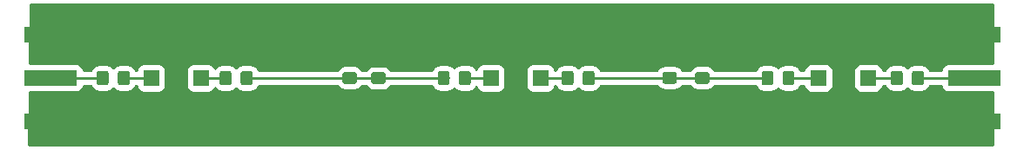
<source format=gbr>
G04 #@! TF.GenerationSoftware,KiCad,Pcbnew,(6.0.0-rc1-dev-305-gf0b8b21)*
G04 #@! TF.CreationDate,2020-01-15T10:01:43-08:00*
G04 #@! TF.ProjectId,_saved_Untitled,5F73617665645F556E7469746C65642E,rev?*
G04 #@! TF.SameCoordinates,Original*
G04 #@! TF.FileFunction,Copper,L1,Top,Signal*
G04 #@! TF.FilePolarity,Positive*
%FSLAX46Y46*%
G04 Gerber Fmt 4.6, Leading zero omitted, Abs format (unit mm)*
G04 Created by KiCad (PCBNEW (6.0.0-rc1-dev-305-gf0b8b21)) date Wednesday, January 15, 2020 at 10:01:43 AM*
%MOMM*%
%LPD*%
G01*
G04 APERTURE LIST*
G04 #@! TA.AperFunction,Conductor*
%ADD10C,0.100000*%
G04 #@! TD*
G04 #@! TA.AperFunction,SMDPad,CuDef*
%ADD11C,1.150000*%
G04 #@! TD*
G04 #@! TA.AperFunction,SMDPad,CuDef*
%ADD12R,1.524000X1.524000*%
G04 #@! TD*
G04 #@! TA.AperFunction,SMDPad,CuDef*
%ADD13R,5.080000X1.500000*%
G04 #@! TD*
G04 #@! TA.AperFunction,Conductor*
%ADD14C,0.250000*%
G04 #@! TD*
G04 #@! TA.AperFunction,Conductor*
%ADD15C,0.254000*%
G04 #@! TD*
G04 APERTURE END LIST*
D10*
G04 #@! TO.N,Net-(C1-Pad1)*
G04 #@! TO.C,C1*
G36*
X115166505Y-61531204D02*
X115190773Y-61534804D01*
X115214572Y-61540765D01*
X115237671Y-61549030D01*
X115259850Y-61559520D01*
X115280893Y-61572132D01*
X115300599Y-61586747D01*
X115318777Y-61603223D01*
X115335253Y-61621401D01*
X115349868Y-61641107D01*
X115362480Y-61662150D01*
X115372970Y-61684329D01*
X115381235Y-61707428D01*
X115387196Y-61731227D01*
X115390796Y-61755495D01*
X115392000Y-61779999D01*
X115392000Y-62680001D01*
X115390796Y-62704505D01*
X115387196Y-62728773D01*
X115381235Y-62752572D01*
X115372970Y-62775671D01*
X115362480Y-62797850D01*
X115349868Y-62818893D01*
X115335253Y-62838599D01*
X115318777Y-62856777D01*
X115300599Y-62873253D01*
X115280893Y-62887868D01*
X115259850Y-62900480D01*
X115237671Y-62910970D01*
X115214572Y-62919235D01*
X115190773Y-62925196D01*
X115166505Y-62928796D01*
X115142001Y-62930000D01*
X114491999Y-62930000D01*
X114467495Y-62928796D01*
X114443227Y-62925196D01*
X114419428Y-62919235D01*
X114396329Y-62910970D01*
X114374150Y-62900480D01*
X114353107Y-62887868D01*
X114333401Y-62873253D01*
X114315223Y-62856777D01*
X114298747Y-62838599D01*
X114284132Y-62818893D01*
X114271520Y-62797850D01*
X114261030Y-62775671D01*
X114252765Y-62752572D01*
X114246804Y-62728773D01*
X114243204Y-62704505D01*
X114242000Y-62680001D01*
X114242000Y-61779999D01*
X114243204Y-61755495D01*
X114246804Y-61731227D01*
X114252765Y-61707428D01*
X114261030Y-61684329D01*
X114271520Y-61662150D01*
X114284132Y-61641107D01*
X114298747Y-61621401D01*
X114315223Y-61603223D01*
X114333401Y-61586747D01*
X114353107Y-61572132D01*
X114374150Y-61559520D01*
X114396329Y-61549030D01*
X114419428Y-61540765D01*
X114443227Y-61534804D01*
X114467495Y-61531204D01*
X114491999Y-61530000D01*
X115142001Y-61530000D01*
X115166505Y-61531204D01*
X115166505Y-61531204D01*
G37*
D11*
G04 #@! TD*
G04 #@! TO.P,C1,1*
G04 #@! TO.N,Net-(C1-Pad1)*
X114817000Y-62230000D03*
D10*
G04 #@! TO.N,Net-(C1-Pad2)*
G04 #@! TO.C,C1*
G36*
X113116505Y-61531204D02*
X113140773Y-61534804D01*
X113164572Y-61540765D01*
X113187671Y-61549030D01*
X113209850Y-61559520D01*
X113230893Y-61572132D01*
X113250599Y-61586747D01*
X113268777Y-61603223D01*
X113285253Y-61621401D01*
X113299868Y-61641107D01*
X113312480Y-61662150D01*
X113322970Y-61684329D01*
X113331235Y-61707428D01*
X113337196Y-61731227D01*
X113340796Y-61755495D01*
X113342000Y-61779999D01*
X113342000Y-62680001D01*
X113340796Y-62704505D01*
X113337196Y-62728773D01*
X113331235Y-62752572D01*
X113322970Y-62775671D01*
X113312480Y-62797850D01*
X113299868Y-62818893D01*
X113285253Y-62838599D01*
X113268777Y-62856777D01*
X113250599Y-62873253D01*
X113230893Y-62887868D01*
X113209850Y-62900480D01*
X113187671Y-62910970D01*
X113164572Y-62919235D01*
X113140773Y-62925196D01*
X113116505Y-62928796D01*
X113092001Y-62930000D01*
X112441999Y-62930000D01*
X112417495Y-62928796D01*
X112393227Y-62925196D01*
X112369428Y-62919235D01*
X112346329Y-62910970D01*
X112324150Y-62900480D01*
X112303107Y-62887868D01*
X112283401Y-62873253D01*
X112265223Y-62856777D01*
X112248747Y-62838599D01*
X112234132Y-62818893D01*
X112221520Y-62797850D01*
X112211030Y-62775671D01*
X112202765Y-62752572D01*
X112196804Y-62728773D01*
X112193204Y-62704505D01*
X112192000Y-62680001D01*
X112192000Y-61779999D01*
X112193204Y-61755495D01*
X112196804Y-61731227D01*
X112202765Y-61707428D01*
X112211030Y-61684329D01*
X112221520Y-61662150D01*
X112234132Y-61641107D01*
X112248747Y-61621401D01*
X112265223Y-61603223D01*
X112283401Y-61586747D01*
X112303107Y-61572132D01*
X112324150Y-61559520D01*
X112346329Y-61549030D01*
X112369428Y-61540765D01*
X112393227Y-61534804D01*
X112417495Y-61531204D01*
X112441999Y-61530000D01*
X113092001Y-61530000D01*
X113116505Y-61531204D01*
X113116505Y-61531204D01*
G37*
D11*
G04 #@! TD*
G04 #@! TO.P,C1,2*
G04 #@! TO.N,Net-(C1-Pad2)*
X112767000Y-62230000D03*
D12*
G04 #@! TO.P,C2,1*
G04 #@! TO.N,Net-(C1-Pad1)*
X117475000Y-62230000D03*
G04 #@! TO.P,C2,2*
G04 #@! TO.N,Net-(C2-Pad2)*
X122301000Y-62230000D03*
G04 #@! TD*
D10*
G04 #@! TO.N,Net-(C3-Pad1)*
G04 #@! TO.C,C3*
G36*
X137253505Y-61647204D02*
X137277773Y-61650804D01*
X137301572Y-61656765D01*
X137324671Y-61665030D01*
X137346850Y-61675520D01*
X137367893Y-61688132D01*
X137387599Y-61702747D01*
X137405777Y-61719223D01*
X137422253Y-61737401D01*
X137436868Y-61757107D01*
X137449480Y-61778150D01*
X137459970Y-61800329D01*
X137468235Y-61823428D01*
X137474196Y-61847227D01*
X137477796Y-61871495D01*
X137479000Y-61895999D01*
X137479000Y-62546001D01*
X137477796Y-62570505D01*
X137474196Y-62594773D01*
X137468235Y-62618572D01*
X137459970Y-62641671D01*
X137449480Y-62663850D01*
X137436868Y-62684893D01*
X137422253Y-62704599D01*
X137405777Y-62722777D01*
X137387599Y-62739253D01*
X137367893Y-62753868D01*
X137346850Y-62766480D01*
X137324671Y-62776970D01*
X137301572Y-62785235D01*
X137277773Y-62791196D01*
X137253505Y-62794796D01*
X137229001Y-62796000D01*
X136328999Y-62796000D01*
X136304495Y-62794796D01*
X136280227Y-62791196D01*
X136256428Y-62785235D01*
X136233329Y-62776970D01*
X136211150Y-62766480D01*
X136190107Y-62753868D01*
X136170401Y-62739253D01*
X136152223Y-62722777D01*
X136135747Y-62704599D01*
X136121132Y-62684893D01*
X136108520Y-62663850D01*
X136098030Y-62641671D01*
X136089765Y-62618572D01*
X136083804Y-62594773D01*
X136080204Y-62570505D01*
X136079000Y-62546001D01*
X136079000Y-61895999D01*
X136080204Y-61871495D01*
X136083804Y-61847227D01*
X136089765Y-61823428D01*
X136098030Y-61800329D01*
X136108520Y-61778150D01*
X136121132Y-61757107D01*
X136135747Y-61737401D01*
X136152223Y-61719223D01*
X136170401Y-61702747D01*
X136190107Y-61688132D01*
X136211150Y-61675520D01*
X136233329Y-61665030D01*
X136256428Y-61656765D01*
X136280227Y-61650804D01*
X136304495Y-61647204D01*
X136328999Y-61646000D01*
X137229001Y-61646000D01*
X137253505Y-61647204D01*
X137253505Y-61647204D01*
G37*
D11*
G04 #@! TD*
G04 #@! TO.P,C3,1*
G04 #@! TO.N,Net-(C3-Pad1)*
X136779000Y-62221000D03*
D10*
G04 #@! TO.N,GND*
G04 #@! TO.C,C3*
G36*
X137253505Y-63697204D02*
X137277773Y-63700804D01*
X137301572Y-63706765D01*
X137324671Y-63715030D01*
X137346850Y-63725520D01*
X137367893Y-63738132D01*
X137387599Y-63752747D01*
X137405777Y-63769223D01*
X137422253Y-63787401D01*
X137436868Y-63807107D01*
X137449480Y-63828150D01*
X137459970Y-63850329D01*
X137468235Y-63873428D01*
X137474196Y-63897227D01*
X137477796Y-63921495D01*
X137479000Y-63945999D01*
X137479000Y-64596001D01*
X137477796Y-64620505D01*
X137474196Y-64644773D01*
X137468235Y-64668572D01*
X137459970Y-64691671D01*
X137449480Y-64713850D01*
X137436868Y-64734893D01*
X137422253Y-64754599D01*
X137405777Y-64772777D01*
X137387599Y-64789253D01*
X137367893Y-64803868D01*
X137346850Y-64816480D01*
X137324671Y-64826970D01*
X137301572Y-64835235D01*
X137277773Y-64841196D01*
X137253505Y-64844796D01*
X137229001Y-64846000D01*
X136328999Y-64846000D01*
X136304495Y-64844796D01*
X136280227Y-64841196D01*
X136256428Y-64835235D01*
X136233329Y-64826970D01*
X136211150Y-64816480D01*
X136190107Y-64803868D01*
X136170401Y-64789253D01*
X136152223Y-64772777D01*
X136135747Y-64754599D01*
X136121132Y-64734893D01*
X136108520Y-64713850D01*
X136098030Y-64691671D01*
X136089765Y-64668572D01*
X136083804Y-64644773D01*
X136080204Y-64620505D01*
X136079000Y-64596001D01*
X136079000Y-63945999D01*
X136080204Y-63921495D01*
X136083804Y-63897227D01*
X136089765Y-63873428D01*
X136098030Y-63850329D01*
X136108520Y-63828150D01*
X136121132Y-63807107D01*
X136135747Y-63787401D01*
X136152223Y-63769223D01*
X136170401Y-63752747D01*
X136190107Y-63738132D01*
X136211150Y-63725520D01*
X136233329Y-63715030D01*
X136256428Y-63706765D01*
X136280227Y-63700804D01*
X136304495Y-63697204D01*
X136328999Y-63696000D01*
X137229001Y-63696000D01*
X137253505Y-63697204D01*
X137253505Y-63697204D01*
G37*
D11*
G04 #@! TD*
G04 #@! TO.P,C3,2*
G04 #@! TO.N,GND*
X136779000Y-64271000D03*
D10*
G04 #@! TO.N,Net-(C3-Pad1)*
G04 #@! TO.C,C4*
G36*
X146272505Y-61531204D02*
X146296773Y-61534804D01*
X146320572Y-61540765D01*
X146343671Y-61549030D01*
X146365850Y-61559520D01*
X146386893Y-61572132D01*
X146406599Y-61586747D01*
X146424777Y-61603223D01*
X146441253Y-61621401D01*
X146455868Y-61641107D01*
X146468480Y-61662150D01*
X146478970Y-61684329D01*
X146487235Y-61707428D01*
X146493196Y-61731227D01*
X146496796Y-61755495D01*
X146498000Y-61779999D01*
X146498000Y-62680001D01*
X146496796Y-62704505D01*
X146493196Y-62728773D01*
X146487235Y-62752572D01*
X146478970Y-62775671D01*
X146468480Y-62797850D01*
X146455868Y-62818893D01*
X146441253Y-62838599D01*
X146424777Y-62856777D01*
X146406599Y-62873253D01*
X146386893Y-62887868D01*
X146365850Y-62900480D01*
X146343671Y-62910970D01*
X146320572Y-62919235D01*
X146296773Y-62925196D01*
X146272505Y-62928796D01*
X146248001Y-62930000D01*
X145597999Y-62930000D01*
X145573495Y-62928796D01*
X145549227Y-62925196D01*
X145525428Y-62919235D01*
X145502329Y-62910970D01*
X145480150Y-62900480D01*
X145459107Y-62887868D01*
X145439401Y-62873253D01*
X145421223Y-62856777D01*
X145404747Y-62838599D01*
X145390132Y-62818893D01*
X145377520Y-62797850D01*
X145367030Y-62775671D01*
X145358765Y-62752572D01*
X145352804Y-62728773D01*
X145349204Y-62704505D01*
X145348000Y-62680001D01*
X145348000Y-61779999D01*
X145349204Y-61755495D01*
X145352804Y-61731227D01*
X145358765Y-61707428D01*
X145367030Y-61684329D01*
X145377520Y-61662150D01*
X145390132Y-61641107D01*
X145404747Y-61621401D01*
X145421223Y-61603223D01*
X145439401Y-61586747D01*
X145459107Y-61572132D01*
X145480150Y-61559520D01*
X145502329Y-61549030D01*
X145525428Y-61540765D01*
X145549227Y-61534804D01*
X145573495Y-61531204D01*
X145597999Y-61530000D01*
X146248001Y-61530000D01*
X146272505Y-61531204D01*
X146272505Y-61531204D01*
G37*
D11*
G04 #@! TD*
G04 #@! TO.P,C4,2*
G04 #@! TO.N,Net-(C3-Pad1)*
X145923000Y-62230000D03*
D10*
G04 #@! TO.N,Net-(C4-Pad1)*
G04 #@! TO.C,C4*
G36*
X148322505Y-61531204D02*
X148346773Y-61534804D01*
X148370572Y-61540765D01*
X148393671Y-61549030D01*
X148415850Y-61559520D01*
X148436893Y-61572132D01*
X148456599Y-61586747D01*
X148474777Y-61603223D01*
X148491253Y-61621401D01*
X148505868Y-61641107D01*
X148518480Y-61662150D01*
X148528970Y-61684329D01*
X148537235Y-61707428D01*
X148543196Y-61731227D01*
X148546796Y-61755495D01*
X148548000Y-61779999D01*
X148548000Y-62680001D01*
X148546796Y-62704505D01*
X148543196Y-62728773D01*
X148537235Y-62752572D01*
X148528970Y-62775671D01*
X148518480Y-62797850D01*
X148505868Y-62818893D01*
X148491253Y-62838599D01*
X148474777Y-62856777D01*
X148456599Y-62873253D01*
X148436893Y-62887868D01*
X148415850Y-62900480D01*
X148393671Y-62910970D01*
X148370572Y-62919235D01*
X148346773Y-62925196D01*
X148322505Y-62928796D01*
X148298001Y-62930000D01*
X147647999Y-62930000D01*
X147623495Y-62928796D01*
X147599227Y-62925196D01*
X147575428Y-62919235D01*
X147552329Y-62910970D01*
X147530150Y-62900480D01*
X147509107Y-62887868D01*
X147489401Y-62873253D01*
X147471223Y-62856777D01*
X147454747Y-62838599D01*
X147440132Y-62818893D01*
X147427520Y-62797850D01*
X147417030Y-62775671D01*
X147408765Y-62752572D01*
X147402804Y-62728773D01*
X147399204Y-62704505D01*
X147398000Y-62680001D01*
X147398000Y-61779999D01*
X147399204Y-61755495D01*
X147402804Y-61731227D01*
X147408765Y-61707428D01*
X147417030Y-61684329D01*
X147427520Y-61662150D01*
X147440132Y-61641107D01*
X147454747Y-61621401D01*
X147471223Y-61603223D01*
X147489401Y-61586747D01*
X147509107Y-61572132D01*
X147530150Y-61559520D01*
X147552329Y-61549030D01*
X147575428Y-61540765D01*
X147599227Y-61534804D01*
X147623495Y-61531204D01*
X147647999Y-61530000D01*
X148298001Y-61530000D01*
X148322505Y-61531204D01*
X148322505Y-61531204D01*
G37*
D11*
G04 #@! TD*
G04 #@! TO.P,C4,1*
G04 #@! TO.N,Net-(C4-Pad1)*
X147973000Y-62230000D03*
D12*
G04 #@! TO.P,C5,2*
G04 #@! TO.N,Net-(C5-Pad2)*
X155321000Y-62230000D03*
G04 #@! TO.P,C5,1*
G04 #@! TO.N,Net-(C4-Pad1)*
X150495000Y-62230000D03*
G04 #@! TD*
D10*
G04 #@! TO.N,GND*
G04 #@! TO.C,C6*
G36*
X168368505Y-63688204D02*
X168392773Y-63691804D01*
X168416572Y-63697765D01*
X168439671Y-63706030D01*
X168461850Y-63716520D01*
X168482893Y-63729132D01*
X168502599Y-63743747D01*
X168520777Y-63760223D01*
X168537253Y-63778401D01*
X168551868Y-63798107D01*
X168564480Y-63819150D01*
X168574970Y-63841329D01*
X168583235Y-63864428D01*
X168589196Y-63888227D01*
X168592796Y-63912495D01*
X168594000Y-63936999D01*
X168594000Y-64587001D01*
X168592796Y-64611505D01*
X168589196Y-64635773D01*
X168583235Y-64659572D01*
X168574970Y-64682671D01*
X168564480Y-64704850D01*
X168551868Y-64725893D01*
X168537253Y-64745599D01*
X168520777Y-64763777D01*
X168502599Y-64780253D01*
X168482893Y-64794868D01*
X168461850Y-64807480D01*
X168439671Y-64817970D01*
X168416572Y-64826235D01*
X168392773Y-64832196D01*
X168368505Y-64835796D01*
X168344001Y-64837000D01*
X167443999Y-64837000D01*
X167419495Y-64835796D01*
X167395227Y-64832196D01*
X167371428Y-64826235D01*
X167348329Y-64817970D01*
X167326150Y-64807480D01*
X167305107Y-64794868D01*
X167285401Y-64780253D01*
X167267223Y-64763777D01*
X167250747Y-64745599D01*
X167236132Y-64725893D01*
X167223520Y-64704850D01*
X167213030Y-64682671D01*
X167204765Y-64659572D01*
X167198804Y-64635773D01*
X167195204Y-64611505D01*
X167194000Y-64587001D01*
X167194000Y-63936999D01*
X167195204Y-63912495D01*
X167198804Y-63888227D01*
X167204765Y-63864428D01*
X167213030Y-63841329D01*
X167223520Y-63819150D01*
X167236132Y-63798107D01*
X167250747Y-63778401D01*
X167267223Y-63760223D01*
X167285401Y-63743747D01*
X167305107Y-63729132D01*
X167326150Y-63716520D01*
X167348329Y-63706030D01*
X167371428Y-63697765D01*
X167395227Y-63691804D01*
X167419495Y-63688204D01*
X167443999Y-63687000D01*
X168344001Y-63687000D01*
X168368505Y-63688204D01*
X168368505Y-63688204D01*
G37*
D11*
G04 #@! TD*
G04 #@! TO.P,C6,2*
G04 #@! TO.N,GND*
X167894000Y-64262000D03*
D10*
G04 #@! TO.N,Net-(C6-Pad1)*
G04 #@! TO.C,C6*
G36*
X168368505Y-61638204D02*
X168392773Y-61641804D01*
X168416572Y-61647765D01*
X168439671Y-61656030D01*
X168461850Y-61666520D01*
X168482893Y-61679132D01*
X168502599Y-61693747D01*
X168520777Y-61710223D01*
X168537253Y-61728401D01*
X168551868Y-61748107D01*
X168564480Y-61769150D01*
X168574970Y-61791329D01*
X168583235Y-61814428D01*
X168589196Y-61838227D01*
X168592796Y-61862495D01*
X168594000Y-61886999D01*
X168594000Y-62537001D01*
X168592796Y-62561505D01*
X168589196Y-62585773D01*
X168583235Y-62609572D01*
X168574970Y-62632671D01*
X168564480Y-62654850D01*
X168551868Y-62675893D01*
X168537253Y-62695599D01*
X168520777Y-62713777D01*
X168502599Y-62730253D01*
X168482893Y-62744868D01*
X168461850Y-62757480D01*
X168439671Y-62767970D01*
X168416572Y-62776235D01*
X168392773Y-62782196D01*
X168368505Y-62785796D01*
X168344001Y-62787000D01*
X167443999Y-62787000D01*
X167419495Y-62785796D01*
X167395227Y-62782196D01*
X167371428Y-62776235D01*
X167348329Y-62767970D01*
X167326150Y-62757480D01*
X167305107Y-62744868D01*
X167285401Y-62730253D01*
X167267223Y-62713777D01*
X167250747Y-62695599D01*
X167236132Y-62675893D01*
X167223520Y-62654850D01*
X167213030Y-62632671D01*
X167204765Y-62609572D01*
X167198804Y-62585773D01*
X167195204Y-62561505D01*
X167194000Y-62537001D01*
X167194000Y-61886999D01*
X167195204Y-61862495D01*
X167198804Y-61838227D01*
X167204765Y-61814428D01*
X167213030Y-61791329D01*
X167223520Y-61769150D01*
X167236132Y-61748107D01*
X167250747Y-61728401D01*
X167267223Y-61710223D01*
X167285401Y-61693747D01*
X167305107Y-61679132D01*
X167326150Y-61666520D01*
X167348329Y-61656030D01*
X167371428Y-61647765D01*
X167395227Y-61641804D01*
X167419495Y-61638204D01*
X167443999Y-61637000D01*
X168344001Y-61637000D01*
X168368505Y-61638204D01*
X168368505Y-61638204D01*
G37*
D11*
G04 #@! TD*
G04 #@! TO.P,C6,1*
G04 #@! TO.N,Net-(C6-Pad1)*
X167894000Y-62212000D03*
D10*
G04 #@! TO.N,Net-(C7-Pad1)*
G04 #@! TO.C,C7*
G36*
X179800505Y-61531204D02*
X179824773Y-61534804D01*
X179848572Y-61540765D01*
X179871671Y-61549030D01*
X179893850Y-61559520D01*
X179914893Y-61572132D01*
X179934599Y-61586747D01*
X179952777Y-61603223D01*
X179969253Y-61621401D01*
X179983868Y-61641107D01*
X179996480Y-61662150D01*
X180006970Y-61684329D01*
X180015235Y-61707428D01*
X180021196Y-61731227D01*
X180024796Y-61755495D01*
X180026000Y-61779999D01*
X180026000Y-62680001D01*
X180024796Y-62704505D01*
X180021196Y-62728773D01*
X180015235Y-62752572D01*
X180006970Y-62775671D01*
X179996480Y-62797850D01*
X179983868Y-62818893D01*
X179969253Y-62838599D01*
X179952777Y-62856777D01*
X179934599Y-62873253D01*
X179914893Y-62887868D01*
X179893850Y-62900480D01*
X179871671Y-62910970D01*
X179848572Y-62919235D01*
X179824773Y-62925196D01*
X179800505Y-62928796D01*
X179776001Y-62930000D01*
X179125999Y-62930000D01*
X179101495Y-62928796D01*
X179077227Y-62925196D01*
X179053428Y-62919235D01*
X179030329Y-62910970D01*
X179008150Y-62900480D01*
X178987107Y-62887868D01*
X178967401Y-62873253D01*
X178949223Y-62856777D01*
X178932747Y-62838599D01*
X178918132Y-62818893D01*
X178905520Y-62797850D01*
X178895030Y-62775671D01*
X178886765Y-62752572D01*
X178880804Y-62728773D01*
X178877204Y-62704505D01*
X178876000Y-62680001D01*
X178876000Y-61779999D01*
X178877204Y-61755495D01*
X178880804Y-61731227D01*
X178886765Y-61707428D01*
X178895030Y-61684329D01*
X178905520Y-61662150D01*
X178918132Y-61641107D01*
X178932747Y-61621401D01*
X178949223Y-61603223D01*
X178967401Y-61586747D01*
X178987107Y-61572132D01*
X179008150Y-61559520D01*
X179030329Y-61549030D01*
X179053428Y-61540765D01*
X179077227Y-61534804D01*
X179101495Y-61531204D01*
X179125999Y-61530000D01*
X179776001Y-61530000D01*
X179800505Y-61531204D01*
X179800505Y-61531204D01*
G37*
D11*
G04 #@! TD*
G04 #@! TO.P,C7,1*
G04 #@! TO.N,Net-(C7-Pad1)*
X179451000Y-62230000D03*
D10*
G04 #@! TO.N,Net-(C6-Pad1)*
G04 #@! TO.C,C7*
G36*
X177750505Y-61531204D02*
X177774773Y-61534804D01*
X177798572Y-61540765D01*
X177821671Y-61549030D01*
X177843850Y-61559520D01*
X177864893Y-61572132D01*
X177884599Y-61586747D01*
X177902777Y-61603223D01*
X177919253Y-61621401D01*
X177933868Y-61641107D01*
X177946480Y-61662150D01*
X177956970Y-61684329D01*
X177965235Y-61707428D01*
X177971196Y-61731227D01*
X177974796Y-61755495D01*
X177976000Y-61779999D01*
X177976000Y-62680001D01*
X177974796Y-62704505D01*
X177971196Y-62728773D01*
X177965235Y-62752572D01*
X177956970Y-62775671D01*
X177946480Y-62797850D01*
X177933868Y-62818893D01*
X177919253Y-62838599D01*
X177902777Y-62856777D01*
X177884599Y-62873253D01*
X177864893Y-62887868D01*
X177843850Y-62900480D01*
X177821671Y-62910970D01*
X177798572Y-62919235D01*
X177774773Y-62925196D01*
X177750505Y-62928796D01*
X177726001Y-62930000D01*
X177075999Y-62930000D01*
X177051495Y-62928796D01*
X177027227Y-62925196D01*
X177003428Y-62919235D01*
X176980329Y-62910970D01*
X176958150Y-62900480D01*
X176937107Y-62887868D01*
X176917401Y-62873253D01*
X176899223Y-62856777D01*
X176882747Y-62838599D01*
X176868132Y-62818893D01*
X176855520Y-62797850D01*
X176845030Y-62775671D01*
X176836765Y-62752572D01*
X176830804Y-62728773D01*
X176827204Y-62704505D01*
X176826000Y-62680001D01*
X176826000Y-61779999D01*
X176827204Y-61755495D01*
X176830804Y-61731227D01*
X176836765Y-61707428D01*
X176845030Y-61684329D01*
X176855520Y-61662150D01*
X176868132Y-61641107D01*
X176882747Y-61621401D01*
X176899223Y-61603223D01*
X176917401Y-61586747D01*
X176937107Y-61572132D01*
X176958150Y-61559520D01*
X176980329Y-61549030D01*
X177003428Y-61540765D01*
X177027227Y-61534804D01*
X177051495Y-61531204D01*
X177075999Y-61530000D01*
X177726001Y-61530000D01*
X177750505Y-61531204D01*
X177750505Y-61531204D01*
G37*
D11*
G04 #@! TD*
G04 #@! TO.P,C7,2*
G04 #@! TO.N,Net-(C6-Pad1)*
X177401000Y-62230000D03*
D12*
G04 #@! TO.P,C8,1*
G04 #@! TO.N,Net-(C7-Pad1)*
X182372000Y-62230000D03*
G04 #@! TO.P,C8,2*
G04 #@! TO.N,Net-(C8-Pad2)*
X187198000Y-62230000D03*
G04 #@! TD*
D13*
G04 #@! TO.P,J1,1*
G04 #@! TO.N,Net-(C1-Pad2)*
X107696000Y-62230000D03*
G04 #@! TO.P,J1,2*
G04 #@! TO.N,GND*
X107696000Y-66480000D03*
X107696000Y-57980000D03*
G04 #@! TD*
G04 #@! TO.P,J2,2*
G04 #@! TO.N,GND*
X197485000Y-66480000D03*
X197485000Y-57980000D03*
G04 #@! TO.P,J2,1*
G04 #@! TO.N,Net-(J2-Pad1)*
X197485000Y-62230000D03*
G04 #@! TD*
D10*
G04 #@! TO.N,Net-(C2-Pad2)*
G04 #@! TO.C,L1*
G36*
X125063505Y-61531204D02*
X125087773Y-61534804D01*
X125111572Y-61540765D01*
X125134671Y-61549030D01*
X125156850Y-61559520D01*
X125177893Y-61572132D01*
X125197599Y-61586747D01*
X125215777Y-61603223D01*
X125232253Y-61621401D01*
X125246868Y-61641107D01*
X125259480Y-61662150D01*
X125269970Y-61684329D01*
X125278235Y-61707428D01*
X125284196Y-61731227D01*
X125287796Y-61755495D01*
X125289000Y-61779999D01*
X125289000Y-62680001D01*
X125287796Y-62704505D01*
X125284196Y-62728773D01*
X125278235Y-62752572D01*
X125269970Y-62775671D01*
X125259480Y-62797850D01*
X125246868Y-62818893D01*
X125232253Y-62838599D01*
X125215777Y-62856777D01*
X125197599Y-62873253D01*
X125177893Y-62887868D01*
X125156850Y-62900480D01*
X125134671Y-62910970D01*
X125111572Y-62919235D01*
X125087773Y-62925196D01*
X125063505Y-62928796D01*
X125039001Y-62930000D01*
X124388999Y-62930000D01*
X124364495Y-62928796D01*
X124340227Y-62925196D01*
X124316428Y-62919235D01*
X124293329Y-62910970D01*
X124271150Y-62900480D01*
X124250107Y-62887868D01*
X124230401Y-62873253D01*
X124212223Y-62856777D01*
X124195747Y-62838599D01*
X124181132Y-62818893D01*
X124168520Y-62797850D01*
X124158030Y-62775671D01*
X124149765Y-62752572D01*
X124143804Y-62728773D01*
X124140204Y-62704505D01*
X124139000Y-62680001D01*
X124139000Y-61779999D01*
X124140204Y-61755495D01*
X124143804Y-61731227D01*
X124149765Y-61707428D01*
X124158030Y-61684329D01*
X124168520Y-61662150D01*
X124181132Y-61641107D01*
X124195747Y-61621401D01*
X124212223Y-61603223D01*
X124230401Y-61586747D01*
X124250107Y-61572132D01*
X124271150Y-61559520D01*
X124293329Y-61549030D01*
X124316428Y-61540765D01*
X124340227Y-61534804D01*
X124364495Y-61531204D01*
X124388999Y-61530000D01*
X125039001Y-61530000D01*
X125063505Y-61531204D01*
X125063505Y-61531204D01*
G37*
D11*
G04 #@! TD*
G04 #@! TO.P,L1,1*
G04 #@! TO.N,Net-(C2-Pad2)*
X124714000Y-62230000D03*
D10*
G04 #@! TO.N,Net-(C3-Pad1)*
G04 #@! TO.C,L1*
G36*
X127113505Y-61531204D02*
X127137773Y-61534804D01*
X127161572Y-61540765D01*
X127184671Y-61549030D01*
X127206850Y-61559520D01*
X127227893Y-61572132D01*
X127247599Y-61586747D01*
X127265777Y-61603223D01*
X127282253Y-61621401D01*
X127296868Y-61641107D01*
X127309480Y-61662150D01*
X127319970Y-61684329D01*
X127328235Y-61707428D01*
X127334196Y-61731227D01*
X127337796Y-61755495D01*
X127339000Y-61779999D01*
X127339000Y-62680001D01*
X127337796Y-62704505D01*
X127334196Y-62728773D01*
X127328235Y-62752572D01*
X127319970Y-62775671D01*
X127309480Y-62797850D01*
X127296868Y-62818893D01*
X127282253Y-62838599D01*
X127265777Y-62856777D01*
X127247599Y-62873253D01*
X127227893Y-62887868D01*
X127206850Y-62900480D01*
X127184671Y-62910970D01*
X127161572Y-62919235D01*
X127137773Y-62925196D01*
X127113505Y-62928796D01*
X127089001Y-62930000D01*
X126438999Y-62930000D01*
X126414495Y-62928796D01*
X126390227Y-62925196D01*
X126366428Y-62919235D01*
X126343329Y-62910970D01*
X126321150Y-62900480D01*
X126300107Y-62887868D01*
X126280401Y-62873253D01*
X126262223Y-62856777D01*
X126245747Y-62838599D01*
X126231132Y-62818893D01*
X126218520Y-62797850D01*
X126208030Y-62775671D01*
X126199765Y-62752572D01*
X126193804Y-62728773D01*
X126190204Y-62704505D01*
X126189000Y-62680001D01*
X126189000Y-61779999D01*
X126190204Y-61755495D01*
X126193804Y-61731227D01*
X126199765Y-61707428D01*
X126208030Y-61684329D01*
X126218520Y-61662150D01*
X126231132Y-61641107D01*
X126245747Y-61621401D01*
X126262223Y-61603223D01*
X126280401Y-61586747D01*
X126300107Y-61572132D01*
X126321150Y-61559520D01*
X126343329Y-61549030D01*
X126366428Y-61540765D01*
X126390227Y-61534804D01*
X126414495Y-61531204D01*
X126438999Y-61530000D01*
X127089001Y-61530000D01*
X127113505Y-61531204D01*
X127113505Y-61531204D01*
G37*
D11*
G04 #@! TD*
G04 #@! TO.P,L1,2*
G04 #@! TO.N,Net-(C3-Pad1)*
X126764000Y-62230000D03*
D10*
G04 #@! TO.N,GND*
G04 #@! TO.C,L2*
G36*
X140047505Y-63706204D02*
X140071773Y-63709804D01*
X140095572Y-63715765D01*
X140118671Y-63724030D01*
X140140850Y-63734520D01*
X140161893Y-63747132D01*
X140181599Y-63761747D01*
X140199777Y-63778223D01*
X140216253Y-63796401D01*
X140230868Y-63816107D01*
X140243480Y-63837150D01*
X140253970Y-63859329D01*
X140262235Y-63882428D01*
X140268196Y-63906227D01*
X140271796Y-63930495D01*
X140273000Y-63954999D01*
X140273000Y-64605001D01*
X140271796Y-64629505D01*
X140268196Y-64653773D01*
X140262235Y-64677572D01*
X140253970Y-64700671D01*
X140243480Y-64722850D01*
X140230868Y-64743893D01*
X140216253Y-64763599D01*
X140199777Y-64781777D01*
X140181599Y-64798253D01*
X140161893Y-64812868D01*
X140140850Y-64825480D01*
X140118671Y-64835970D01*
X140095572Y-64844235D01*
X140071773Y-64850196D01*
X140047505Y-64853796D01*
X140023001Y-64855000D01*
X139122999Y-64855000D01*
X139098495Y-64853796D01*
X139074227Y-64850196D01*
X139050428Y-64844235D01*
X139027329Y-64835970D01*
X139005150Y-64825480D01*
X138984107Y-64812868D01*
X138964401Y-64798253D01*
X138946223Y-64781777D01*
X138929747Y-64763599D01*
X138915132Y-64743893D01*
X138902520Y-64722850D01*
X138892030Y-64700671D01*
X138883765Y-64677572D01*
X138877804Y-64653773D01*
X138874204Y-64629505D01*
X138873000Y-64605001D01*
X138873000Y-63954999D01*
X138874204Y-63930495D01*
X138877804Y-63906227D01*
X138883765Y-63882428D01*
X138892030Y-63859329D01*
X138902520Y-63837150D01*
X138915132Y-63816107D01*
X138929747Y-63796401D01*
X138946223Y-63778223D01*
X138964401Y-63761747D01*
X138984107Y-63747132D01*
X139005150Y-63734520D01*
X139027329Y-63724030D01*
X139050428Y-63715765D01*
X139074227Y-63709804D01*
X139098495Y-63706204D01*
X139122999Y-63705000D01*
X140023001Y-63705000D01*
X140047505Y-63706204D01*
X140047505Y-63706204D01*
G37*
D11*
G04 #@! TD*
G04 #@! TO.P,L2,2*
G04 #@! TO.N,GND*
X139573000Y-64280000D03*
D10*
G04 #@! TO.N,Net-(C3-Pad1)*
G04 #@! TO.C,L2*
G36*
X140047505Y-61656204D02*
X140071773Y-61659804D01*
X140095572Y-61665765D01*
X140118671Y-61674030D01*
X140140850Y-61684520D01*
X140161893Y-61697132D01*
X140181599Y-61711747D01*
X140199777Y-61728223D01*
X140216253Y-61746401D01*
X140230868Y-61766107D01*
X140243480Y-61787150D01*
X140253970Y-61809329D01*
X140262235Y-61832428D01*
X140268196Y-61856227D01*
X140271796Y-61880495D01*
X140273000Y-61904999D01*
X140273000Y-62555001D01*
X140271796Y-62579505D01*
X140268196Y-62603773D01*
X140262235Y-62627572D01*
X140253970Y-62650671D01*
X140243480Y-62672850D01*
X140230868Y-62693893D01*
X140216253Y-62713599D01*
X140199777Y-62731777D01*
X140181599Y-62748253D01*
X140161893Y-62762868D01*
X140140850Y-62775480D01*
X140118671Y-62785970D01*
X140095572Y-62794235D01*
X140071773Y-62800196D01*
X140047505Y-62803796D01*
X140023001Y-62805000D01*
X139122999Y-62805000D01*
X139098495Y-62803796D01*
X139074227Y-62800196D01*
X139050428Y-62794235D01*
X139027329Y-62785970D01*
X139005150Y-62775480D01*
X138984107Y-62762868D01*
X138964401Y-62748253D01*
X138946223Y-62731777D01*
X138929747Y-62713599D01*
X138915132Y-62693893D01*
X138902520Y-62672850D01*
X138892030Y-62650671D01*
X138883765Y-62627572D01*
X138877804Y-62603773D01*
X138874204Y-62579505D01*
X138873000Y-62555001D01*
X138873000Y-61904999D01*
X138874204Y-61880495D01*
X138877804Y-61856227D01*
X138883765Y-61832428D01*
X138892030Y-61809329D01*
X138902520Y-61787150D01*
X138915132Y-61766107D01*
X138929747Y-61746401D01*
X138946223Y-61728223D01*
X138964401Y-61711747D01*
X138984107Y-61697132D01*
X139005150Y-61684520D01*
X139027329Y-61674030D01*
X139050428Y-61665765D01*
X139074227Y-61659804D01*
X139098495Y-61656204D01*
X139122999Y-61655000D01*
X140023001Y-61655000D01*
X140047505Y-61656204D01*
X140047505Y-61656204D01*
G37*
D11*
G04 #@! TD*
G04 #@! TO.P,L2,1*
G04 #@! TO.N,Net-(C3-Pad1)*
X139573000Y-62230000D03*
D10*
G04 #@! TO.N,Net-(C5-Pad2)*
G04 #@! TO.C,L3*
G36*
X158319505Y-61531204D02*
X158343773Y-61534804D01*
X158367572Y-61540765D01*
X158390671Y-61549030D01*
X158412850Y-61559520D01*
X158433893Y-61572132D01*
X158453599Y-61586747D01*
X158471777Y-61603223D01*
X158488253Y-61621401D01*
X158502868Y-61641107D01*
X158515480Y-61662150D01*
X158525970Y-61684329D01*
X158534235Y-61707428D01*
X158540196Y-61731227D01*
X158543796Y-61755495D01*
X158545000Y-61779999D01*
X158545000Y-62680001D01*
X158543796Y-62704505D01*
X158540196Y-62728773D01*
X158534235Y-62752572D01*
X158525970Y-62775671D01*
X158515480Y-62797850D01*
X158502868Y-62818893D01*
X158488253Y-62838599D01*
X158471777Y-62856777D01*
X158453599Y-62873253D01*
X158433893Y-62887868D01*
X158412850Y-62900480D01*
X158390671Y-62910970D01*
X158367572Y-62919235D01*
X158343773Y-62925196D01*
X158319505Y-62928796D01*
X158295001Y-62930000D01*
X157644999Y-62930000D01*
X157620495Y-62928796D01*
X157596227Y-62925196D01*
X157572428Y-62919235D01*
X157549329Y-62910970D01*
X157527150Y-62900480D01*
X157506107Y-62887868D01*
X157486401Y-62873253D01*
X157468223Y-62856777D01*
X157451747Y-62838599D01*
X157437132Y-62818893D01*
X157424520Y-62797850D01*
X157414030Y-62775671D01*
X157405765Y-62752572D01*
X157399804Y-62728773D01*
X157396204Y-62704505D01*
X157395000Y-62680001D01*
X157395000Y-61779999D01*
X157396204Y-61755495D01*
X157399804Y-61731227D01*
X157405765Y-61707428D01*
X157414030Y-61684329D01*
X157424520Y-61662150D01*
X157437132Y-61641107D01*
X157451747Y-61621401D01*
X157468223Y-61603223D01*
X157486401Y-61586747D01*
X157506107Y-61572132D01*
X157527150Y-61559520D01*
X157549329Y-61549030D01*
X157572428Y-61540765D01*
X157596227Y-61534804D01*
X157620495Y-61531204D01*
X157644999Y-61530000D01*
X158295001Y-61530000D01*
X158319505Y-61531204D01*
X158319505Y-61531204D01*
G37*
D11*
G04 #@! TD*
G04 #@! TO.P,L3,1*
G04 #@! TO.N,Net-(C5-Pad2)*
X157970000Y-62230000D03*
D10*
G04 #@! TO.N,Net-(C6-Pad1)*
G04 #@! TO.C,L3*
G36*
X160369505Y-61531204D02*
X160393773Y-61534804D01*
X160417572Y-61540765D01*
X160440671Y-61549030D01*
X160462850Y-61559520D01*
X160483893Y-61572132D01*
X160503599Y-61586747D01*
X160521777Y-61603223D01*
X160538253Y-61621401D01*
X160552868Y-61641107D01*
X160565480Y-61662150D01*
X160575970Y-61684329D01*
X160584235Y-61707428D01*
X160590196Y-61731227D01*
X160593796Y-61755495D01*
X160595000Y-61779999D01*
X160595000Y-62680001D01*
X160593796Y-62704505D01*
X160590196Y-62728773D01*
X160584235Y-62752572D01*
X160575970Y-62775671D01*
X160565480Y-62797850D01*
X160552868Y-62818893D01*
X160538253Y-62838599D01*
X160521777Y-62856777D01*
X160503599Y-62873253D01*
X160483893Y-62887868D01*
X160462850Y-62900480D01*
X160440671Y-62910970D01*
X160417572Y-62919235D01*
X160393773Y-62925196D01*
X160369505Y-62928796D01*
X160345001Y-62930000D01*
X159694999Y-62930000D01*
X159670495Y-62928796D01*
X159646227Y-62925196D01*
X159622428Y-62919235D01*
X159599329Y-62910970D01*
X159577150Y-62900480D01*
X159556107Y-62887868D01*
X159536401Y-62873253D01*
X159518223Y-62856777D01*
X159501747Y-62838599D01*
X159487132Y-62818893D01*
X159474520Y-62797850D01*
X159464030Y-62775671D01*
X159455765Y-62752572D01*
X159449804Y-62728773D01*
X159446204Y-62704505D01*
X159445000Y-62680001D01*
X159445000Y-61779999D01*
X159446204Y-61755495D01*
X159449804Y-61731227D01*
X159455765Y-61707428D01*
X159464030Y-61684329D01*
X159474520Y-61662150D01*
X159487132Y-61641107D01*
X159501747Y-61621401D01*
X159518223Y-61603223D01*
X159536401Y-61586747D01*
X159556107Y-61572132D01*
X159577150Y-61559520D01*
X159599329Y-61549030D01*
X159622428Y-61540765D01*
X159646227Y-61534804D01*
X159670495Y-61531204D01*
X159694999Y-61530000D01*
X160345001Y-61530000D01*
X160369505Y-61531204D01*
X160369505Y-61531204D01*
G37*
D11*
G04 #@! TD*
G04 #@! TO.P,L3,2*
G04 #@! TO.N,Net-(C6-Pad1)*
X160020000Y-62230000D03*
D10*
G04 #@! TO.N,GND*
G04 #@! TO.C,L4*
G36*
X171534505Y-63697204D02*
X171558773Y-63700804D01*
X171582572Y-63706765D01*
X171605671Y-63715030D01*
X171627850Y-63725520D01*
X171648893Y-63738132D01*
X171668599Y-63752747D01*
X171686777Y-63769223D01*
X171703253Y-63787401D01*
X171717868Y-63807107D01*
X171730480Y-63828150D01*
X171740970Y-63850329D01*
X171749235Y-63873428D01*
X171755196Y-63897227D01*
X171758796Y-63921495D01*
X171760000Y-63945999D01*
X171760000Y-64596001D01*
X171758796Y-64620505D01*
X171755196Y-64644773D01*
X171749235Y-64668572D01*
X171740970Y-64691671D01*
X171730480Y-64713850D01*
X171717868Y-64734893D01*
X171703253Y-64754599D01*
X171686777Y-64772777D01*
X171668599Y-64789253D01*
X171648893Y-64803868D01*
X171627850Y-64816480D01*
X171605671Y-64826970D01*
X171582572Y-64835235D01*
X171558773Y-64841196D01*
X171534505Y-64844796D01*
X171510001Y-64846000D01*
X170609999Y-64846000D01*
X170585495Y-64844796D01*
X170561227Y-64841196D01*
X170537428Y-64835235D01*
X170514329Y-64826970D01*
X170492150Y-64816480D01*
X170471107Y-64803868D01*
X170451401Y-64789253D01*
X170433223Y-64772777D01*
X170416747Y-64754599D01*
X170402132Y-64734893D01*
X170389520Y-64713850D01*
X170379030Y-64691671D01*
X170370765Y-64668572D01*
X170364804Y-64644773D01*
X170361204Y-64620505D01*
X170360000Y-64596001D01*
X170360000Y-63945999D01*
X170361204Y-63921495D01*
X170364804Y-63897227D01*
X170370765Y-63873428D01*
X170379030Y-63850329D01*
X170389520Y-63828150D01*
X170402132Y-63807107D01*
X170416747Y-63787401D01*
X170433223Y-63769223D01*
X170451401Y-63752747D01*
X170471107Y-63738132D01*
X170492150Y-63725520D01*
X170514329Y-63715030D01*
X170537428Y-63706765D01*
X170561227Y-63700804D01*
X170585495Y-63697204D01*
X170609999Y-63696000D01*
X171510001Y-63696000D01*
X171534505Y-63697204D01*
X171534505Y-63697204D01*
G37*
D11*
G04 #@! TD*
G04 #@! TO.P,L4,2*
G04 #@! TO.N,GND*
X171060000Y-64271000D03*
D10*
G04 #@! TO.N,Net-(C6-Pad1)*
G04 #@! TO.C,L4*
G36*
X171534505Y-61647204D02*
X171558773Y-61650804D01*
X171582572Y-61656765D01*
X171605671Y-61665030D01*
X171627850Y-61675520D01*
X171648893Y-61688132D01*
X171668599Y-61702747D01*
X171686777Y-61719223D01*
X171703253Y-61737401D01*
X171717868Y-61757107D01*
X171730480Y-61778150D01*
X171740970Y-61800329D01*
X171749235Y-61823428D01*
X171755196Y-61847227D01*
X171758796Y-61871495D01*
X171760000Y-61895999D01*
X171760000Y-62546001D01*
X171758796Y-62570505D01*
X171755196Y-62594773D01*
X171749235Y-62618572D01*
X171740970Y-62641671D01*
X171730480Y-62663850D01*
X171717868Y-62684893D01*
X171703253Y-62704599D01*
X171686777Y-62722777D01*
X171668599Y-62739253D01*
X171648893Y-62753868D01*
X171627850Y-62766480D01*
X171605671Y-62776970D01*
X171582572Y-62785235D01*
X171558773Y-62791196D01*
X171534505Y-62794796D01*
X171510001Y-62796000D01*
X170609999Y-62796000D01*
X170585495Y-62794796D01*
X170561227Y-62791196D01*
X170537428Y-62785235D01*
X170514329Y-62776970D01*
X170492150Y-62766480D01*
X170471107Y-62753868D01*
X170451401Y-62739253D01*
X170433223Y-62722777D01*
X170416747Y-62704599D01*
X170402132Y-62684893D01*
X170389520Y-62663850D01*
X170379030Y-62641671D01*
X170370765Y-62618572D01*
X170364804Y-62594773D01*
X170361204Y-62570505D01*
X170360000Y-62546001D01*
X170360000Y-61895999D01*
X170361204Y-61871495D01*
X170364804Y-61847227D01*
X170370765Y-61823428D01*
X170379030Y-61800329D01*
X170389520Y-61778150D01*
X170402132Y-61757107D01*
X170416747Y-61737401D01*
X170433223Y-61719223D01*
X170451401Y-61702747D01*
X170471107Y-61688132D01*
X170492150Y-61675520D01*
X170514329Y-61665030D01*
X170537428Y-61656765D01*
X170561227Y-61650804D01*
X170585495Y-61647204D01*
X170609999Y-61646000D01*
X171510001Y-61646000D01*
X171534505Y-61647204D01*
X171534505Y-61647204D01*
G37*
D11*
G04 #@! TD*
G04 #@! TO.P,L4,1*
G04 #@! TO.N,Net-(C6-Pad1)*
X171060000Y-62221000D03*
D10*
G04 #@! TO.N,Net-(C8-Pad2)*
G04 #@! TO.C,L5*
G36*
X190332505Y-61540204D02*
X190356773Y-61543804D01*
X190380572Y-61549765D01*
X190403671Y-61558030D01*
X190425850Y-61568520D01*
X190446893Y-61581132D01*
X190466599Y-61595747D01*
X190484777Y-61612223D01*
X190501253Y-61630401D01*
X190515868Y-61650107D01*
X190528480Y-61671150D01*
X190538970Y-61693329D01*
X190547235Y-61716428D01*
X190553196Y-61740227D01*
X190556796Y-61764495D01*
X190558000Y-61788999D01*
X190558000Y-62689001D01*
X190556796Y-62713505D01*
X190553196Y-62737773D01*
X190547235Y-62761572D01*
X190538970Y-62784671D01*
X190528480Y-62806850D01*
X190515868Y-62827893D01*
X190501253Y-62847599D01*
X190484777Y-62865777D01*
X190466599Y-62882253D01*
X190446893Y-62896868D01*
X190425850Y-62909480D01*
X190403671Y-62919970D01*
X190380572Y-62928235D01*
X190356773Y-62934196D01*
X190332505Y-62937796D01*
X190308001Y-62939000D01*
X189657999Y-62939000D01*
X189633495Y-62937796D01*
X189609227Y-62934196D01*
X189585428Y-62928235D01*
X189562329Y-62919970D01*
X189540150Y-62909480D01*
X189519107Y-62896868D01*
X189499401Y-62882253D01*
X189481223Y-62865777D01*
X189464747Y-62847599D01*
X189450132Y-62827893D01*
X189437520Y-62806850D01*
X189427030Y-62784671D01*
X189418765Y-62761572D01*
X189412804Y-62737773D01*
X189409204Y-62713505D01*
X189408000Y-62689001D01*
X189408000Y-61788999D01*
X189409204Y-61764495D01*
X189412804Y-61740227D01*
X189418765Y-61716428D01*
X189427030Y-61693329D01*
X189437520Y-61671150D01*
X189450132Y-61650107D01*
X189464747Y-61630401D01*
X189481223Y-61612223D01*
X189499401Y-61595747D01*
X189519107Y-61581132D01*
X189540150Y-61568520D01*
X189562329Y-61558030D01*
X189585428Y-61549765D01*
X189609227Y-61543804D01*
X189633495Y-61540204D01*
X189657999Y-61539000D01*
X190308001Y-61539000D01*
X190332505Y-61540204D01*
X190332505Y-61540204D01*
G37*
D11*
G04 #@! TD*
G04 #@! TO.P,L5,1*
G04 #@! TO.N,Net-(C8-Pad2)*
X189983000Y-62239000D03*
D10*
G04 #@! TO.N,Net-(J2-Pad1)*
G04 #@! TO.C,L5*
G36*
X192382505Y-61540204D02*
X192406773Y-61543804D01*
X192430572Y-61549765D01*
X192453671Y-61558030D01*
X192475850Y-61568520D01*
X192496893Y-61581132D01*
X192516599Y-61595747D01*
X192534777Y-61612223D01*
X192551253Y-61630401D01*
X192565868Y-61650107D01*
X192578480Y-61671150D01*
X192588970Y-61693329D01*
X192597235Y-61716428D01*
X192603196Y-61740227D01*
X192606796Y-61764495D01*
X192608000Y-61788999D01*
X192608000Y-62689001D01*
X192606796Y-62713505D01*
X192603196Y-62737773D01*
X192597235Y-62761572D01*
X192588970Y-62784671D01*
X192578480Y-62806850D01*
X192565868Y-62827893D01*
X192551253Y-62847599D01*
X192534777Y-62865777D01*
X192516599Y-62882253D01*
X192496893Y-62896868D01*
X192475850Y-62909480D01*
X192453671Y-62919970D01*
X192430572Y-62928235D01*
X192406773Y-62934196D01*
X192382505Y-62937796D01*
X192358001Y-62939000D01*
X191707999Y-62939000D01*
X191683495Y-62937796D01*
X191659227Y-62934196D01*
X191635428Y-62928235D01*
X191612329Y-62919970D01*
X191590150Y-62909480D01*
X191569107Y-62896868D01*
X191549401Y-62882253D01*
X191531223Y-62865777D01*
X191514747Y-62847599D01*
X191500132Y-62827893D01*
X191487520Y-62806850D01*
X191477030Y-62784671D01*
X191468765Y-62761572D01*
X191462804Y-62737773D01*
X191459204Y-62713505D01*
X191458000Y-62689001D01*
X191458000Y-61788999D01*
X191459204Y-61764495D01*
X191462804Y-61740227D01*
X191468765Y-61716428D01*
X191477030Y-61693329D01*
X191487520Y-61671150D01*
X191500132Y-61650107D01*
X191514747Y-61630401D01*
X191531223Y-61612223D01*
X191549401Y-61595747D01*
X191569107Y-61581132D01*
X191590150Y-61568520D01*
X191612329Y-61558030D01*
X191635428Y-61549765D01*
X191659227Y-61543804D01*
X191683495Y-61540204D01*
X191707999Y-61539000D01*
X192358001Y-61539000D01*
X192382505Y-61540204D01*
X192382505Y-61540204D01*
G37*
D11*
G04 #@! TD*
G04 #@! TO.P,L5,2*
G04 #@! TO.N,Net-(J2-Pad1)*
X192033000Y-62239000D03*
D14*
G04 #@! TO.N,Net-(C1-Pad1)*
X114817000Y-62230000D02*
X117475000Y-62230000D01*
G04 #@! TO.N,Net-(C1-Pad2)*
X110486000Y-62230000D02*
X112767000Y-62230000D01*
X107696000Y-62230000D02*
X110486000Y-62230000D01*
G04 #@! TO.N,Net-(C2-Pad2)*
X122301000Y-62230000D02*
X124714000Y-62230000D01*
G04 #@! TO.N,Net-(C3-Pad1)*
X136770000Y-62230000D02*
X136779000Y-62221000D01*
X126764000Y-62230000D02*
X136770000Y-62230000D01*
X139573000Y-62230000D02*
X145923000Y-62230000D01*
X139564000Y-62221000D02*
X139573000Y-62230000D01*
X136779000Y-62221000D02*
X139564000Y-62221000D01*
G04 #@! TO.N,Net-(C4-Pad1)*
X148648000Y-62230000D02*
X150495000Y-62230000D01*
X147973000Y-62230000D02*
X148648000Y-62230000D01*
G04 #@! TO.N,Net-(C5-Pad2)*
X155321000Y-62230000D02*
X157970000Y-62230000D01*
G04 #@! TO.N,Net-(C6-Pad1)*
X167876000Y-62230000D02*
X167894000Y-62212000D01*
X160020000Y-62230000D02*
X167876000Y-62230000D01*
X177392000Y-62221000D02*
X177401000Y-62230000D01*
X171060000Y-62221000D02*
X177392000Y-62221000D01*
X171051000Y-62212000D02*
X171060000Y-62221000D01*
X167894000Y-62212000D02*
X171051000Y-62212000D01*
G04 #@! TO.N,Net-(C7-Pad1)*
X179451000Y-62230000D02*
X182372000Y-62230000D01*
G04 #@! TO.N,Net-(C8-Pad2)*
X189974000Y-62230000D02*
X189983000Y-62239000D01*
X187198000Y-62230000D02*
X189974000Y-62230000D01*
G04 #@! TO.N,Net-(J2-Pad1)*
X197476000Y-62239000D02*
X197485000Y-62230000D01*
X192033000Y-62239000D02*
X197476000Y-62239000D01*
G04 #@! TD*
D15*
G04 #@! TO.N,GND*
G36*
X199340001Y-60832560D02*
X194945000Y-60832560D01*
X194697235Y-60881843D01*
X194487191Y-61022191D01*
X194346843Y-61232235D01*
X194297759Y-61479000D01*
X193193778Y-61479000D01*
X193187127Y-61445564D01*
X192992586Y-61154414D01*
X192701436Y-60959873D01*
X192358001Y-60891560D01*
X191707999Y-60891560D01*
X191364564Y-60959873D01*
X191073414Y-61154414D01*
X191008000Y-61252313D01*
X190942586Y-61154414D01*
X190651436Y-60959873D01*
X190308001Y-60891560D01*
X189657999Y-60891560D01*
X189314564Y-60959873D01*
X189023414Y-61154414D01*
X188828873Y-61445564D01*
X188824012Y-61470000D01*
X188607440Y-61470000D01*
X188607440Y-61468000D01*
X188558157Y-61220235D01*
X188417809Y-61010191D01*
X188207765Y-60869843D01*
X187960000Y-60820560D01*
X186436000Y-60820560D01*
X186188235Y-60869843D01*
X185978191Y-61010191D01*
X185837843Y-61220235D01*
X185788560Y-61468000D01*
X185788560Y-62992000D01*
X185837843Y-63239765D01*
X185978191Y-63449809D01*
X186188235Y-63590157D01*
X186436000Y-63639440D01*
X187960000Y-63639440D01*
X188207765Y-63590157D01*
X188417809Y-63449809D01*
X188558157Y-63239765D01*
X188607440Y-62992000D01*
X188607440Y-62990000D01*
X188820432Y-62990000D01*
X188828873Y-63032436D01*
X189023414Y-63323586D01*
X189314564Y-63518127D01*
X189657999Y-63586440D01*
X190308001Y-63586440D01*
X190651436Y-63518127D01*
X190942586Y-63323586D01*
X191008000Y-63225687D01*
X191073414Y-63323586D01*
X191364564Y-63518127D01*
X191707999Y-63586440D01*
X192358001Y-63586440D01*
X192701436Y-63518127D01*
X192992586Y-63323586D01*
X193187127Y-63032436D01*
X193193778Y-62999000D01*
X194301339Y-62999000D01*
X194346843Y-63227765D01*
X194487191Y-63437809D01*
X194697235Y-63578157D01*
X194945000Y-63627440D01*
X199340000Y-63627440D01*
X199340000Y-68784000D01*
X105592780Y-68784000D01*
X105636112Y-63627440D01*
X110236000Y-63627440D01*
X110483765Y-63578157D01*
X110693809Y-63437809D01*
X110834157Y-63227765D01*
X110881451Y-62990000D01*
X111606222Y-62990000D01*
X111612873Y-63023436D01*
X111807414Y-63314586D01*
X112098564Y-63509127D01*
X112441999Y-63577440D01*
X113092001Y-63577440D01*
X113435436Y-63509127D01*
X113726586Y-63314586D01*
X113792000Y-63216687D01*
X113857414Y-63314586D01*
X114148564Y-63509127D01*
X114491999Y-63577440D01*
X115142001Y-63577440D01*
X115485436Y-63509127D01*
X115776586Y-63314586D01*
X115971127Y-63023436D01*
X115977778Y-62990000D01*
X116065560Y-62990000D01*
X116065560Y-62992000D01*
X116114843Y-63239765D01*
X116255191Y-63449809D01*
X116465235Y-63590157D01*
X116713000Y-63639440D01*
X118237000Y-63639440D01*
X118484765Y-63590157D01*
X118694809Y-63449809D01*
X118835157Y-63239765D01*
X118884440Y-62992000D01*
X118884440Y-61468000D01*
X120891560Y-61468000D01*
X120891560Y-62992000D01*
X120940843Y-63239765D01*
X121081191Y-63449809D01*
X121291235Y-63590157D01*
X121539000Y-63639440D01*
X123063000Y-63639440D01*
X123310765Y-63590157D01*
X123520809Y-63449809D01*
X123661157Y-63239765D01*
X123671082Y-63189871D01*
X123754414Y-63314586D01*
X124045564Y-63509127D01*
X124388999Y-63577440D01*
X125039001Y-63577440D01*
X125382436Y-63509127D01*
X125673586Y-63314586D01*
X125739000Y-63216687D01*
X125804414Y-63314586D01*
X126095564Y-63509127D01*
X126438999Y-63577440D01*
X127089001Y-63577440D01*
X127432436Y-63509127D01*
X127723586Y-63314586D01*
X127918127Y-63023436D01*
X127924778Y-62990000D01*
X135567068Y-62990000D01*
X135694414Y-63180586D01*
X135985564Y-63375127D01*
X136328999Y-63443440D01*
X137229001Y-63443440D01*
X137572436Y-63375127D01*
X137863586Y-63180586D01*
X137996946Y-62981000D01*
X138349041Y-62981000D01*
X138488414Y-63189586D01*
X138779564Y-63384127D01*
X139122999Y-63452440D01*
X140023001Y-63452440D01*
X140366436Y-63384127D01*
X140657586Y-63189586D01*
X140790946Y-62990000D01*
X144762222Y-62990000D01*
X144768873Y-63023436D01*
X144963414Y-63314586D01*
X145254564Y-63509127D01*
X145597999Y-63577440D01*
X146248001Y-63577440D01*
X146591436Y-63509127D01*
X146882586Y-63314586D01*
X146948000Y-63216687D01*
X147013414Y-63314586D01*
X147304564Y-63509127D01*
X147647999Y-63577440D01*
X148298001Y-63577440D01*
X148641436Y-63509127D01*
X148932586Y-63314586D01*
X149099914Y-63064163D01*
X149134843Y-63239765D01*
X149275191Y-63449809D01*
X149485235Y-63590157D01*
X149733000Y-63639440D01*
X151257000Y-63639440D01*
X151504765Y-63590157D01*
X151714809Y-63449809D01*
X151855157Y-63239765D01*
X151904440Y-62992000D01*
X151904440Y-61468000D01*
X153911560Y-61468000D01*
X153911560Y-62992000D01*
X153960843Y-63239765D01*
X154101191Y-63449809D01*
X154311235Y-63590157D01*
X154559000Y-63639440D01*
X156083000Y-63639440D01*
X156330765Y-63590157D01*
X156540809Y-63449809D01*
X156681157Y-63239765D01*
X156730440Y-62992000D01*
X156730440Y-62990000D01*
X156809222Y-62990000D01*
X156815873Y-63023436D01*
X157010414Y-63314586D01*
X157301564Y-63509127D01*
X157644999Y-63577440D01*
X158295001Y-63577440D01*
X158638436Y-63509127D01*
X158929586Y-63314586D01*
X158995000Y-63216687D01*
X159060414Y-63314586D01*
X159351564Y-63509127D01*
X159694999Y-63577440D01*
X160345001Y-63577440D01*
X160688436Y-63509127D01*
X160979586Y-63314586D01*
X161174127Y-63023436D01*
X161180778Y-62990000D01*
X166688082Y-62990000D01*
X166809414Y-63171586D01*
X167100564Y-63366127D01*
X167443999Y-63434440D01*
X168344001Y-63434440D01*
X168687436Y-63366127D01*
X168978586Y-63171586D01*
X169111946Y-62972000D01*
X169836041Y-62972000D01*
X169975414Y-63180586D01*
X170266564Y-63375127D01*
X170609999Y-63443440D01*
X171510001Y-63443440D01*
X171853436Y-63375127D01*
X172144586Y-63180586D01*
X172277946Y-62981000D01*
X176238432Y-62981000D01*
X176246873Y-63023436D01*
X176441414Y-63314586D01*
X176732564Y-63509127D01*
X177075999Y-63577440D01*
X177726001Y-63577440D01*
X178069436Y-63509127D01*
X178360586Y-63314586D01*
X178426000Y-63216687D01*
X178491414Y-63314586D01*
X178782564Y-63509127D01*
X179125999Y-63577440D01*
X179776001Y-63577440D01*
X180119436Y-63509127D01*
X180410586Y-63314586D01*
X180605127Y-63023436D01*
X180611778Y-62990000D01*
X180962560Y-62990000D01*
X180962560Y-62992000D01*
X181011843Y-63239765D01*
X181152191Y-63449809D01*
X181362235Y-63590157D01*
X181610000Y-63639440D01*
X183134000Y-63639440D01*
X183381765Y-63590157D01*
X183591809Y-63449809D01*
X183732157Y-63239765D01*
X183781440Y-62992000D01*
X183781440Y-61468000D01*
X183732157Y-61220235D01*
X183591809Y-61010191D01*
X183381765Y-60869843D01*
X183134000Y-60820560D01*
X181610000Y-60820560D01*
X181362235Y-60869843D01*
X181152191Y-61010191D01*
X181011843Y-61220235D01*
X180962560Y-61468000D01*
X180962560Y-61470000D01*
X180611778Y-61470000D01*
X180605127Y-61436564D01*
X180410586Y-61145414D01*
X180119436Y-60950873D01*
X179776001Y-60882560D01*
X179125999Y-60882560D01*
X178782564Y-60950873D01*
X178491414Y-61145414D01*
X178426000Y-61243313D01*
X178360586Y-61145414D01*
X178069436Y-60950873D01*
X177726001Y-60882560D01*
X177075999Y-60882560D01*
X176732564Y-60950873D01*
X176441414Y-61145414D01*
X176246873Y-61436564D01*
X176242012Y-61461000D01*
X172277946Y-61461000D01*
X172144586Y-61261414D01*
X171853436Y-61066873D01*
X171510001Y-60998560D01*
X170609999Y-60998560D01*
X170266564Y-61066873D01*
X169975414Y-61261414D01*
X169848068Y-61452000D01*
X169111946Y-61452000D01*
X168978586Y-61252414D01*
X168687436Y-61057873D01*
X168344001Y-60989560D01*
X167443999Y-60989560D01*
X167100564Y-61057873D01*
X166809414Y-61252414D01*
X166664027Y-61470000D01*
X161180778Y-61470000D01*
X161174127Y-61436564D01*
X160979586Y-61145414D01*
X160688436Y-60950873D01*
X160345001Y-60882560D01*
X159694999Y-60882560D01*
X159351564Y-60950873D01*
X159060414Y-61145414D01*
X158995000Y-61243313D01*
X158929586Y-61145414D01*
X158638436Y-60950873D01*
X158295001Y-60882560D01*
X157644999Y-60882560D01*
X157301564Y-60950873D01*
X157010414Y-61145414D01*
X156815873Y-61436564D01*
X156809222Y-61470000D01*
X156730440Y-61470000D01*
X156730440Y-61468000D01*
X156681157Y-61220235D01*
X156540809Y-61010191D01*
X156330765Y-60869843D01*
X156083000Y-60820560D01*
X154559000Y-60820560D01*
X154311235Y-60869843D01*
X154101191Y-61010191D01*
X153960843Y-61220235D01*
X153911560Y-61468000D01*
X151904440Y-61468000D01*
X151855157Y-61220235D01*
X151714809Y-61010191D01*
X151504765Y-60869843D01*
X151257000Y-60820560D01*
X149733000Y-60820560D01*
X149485235Y-60869843D01*
X149275191Y-61010191D01*
X149134843Y-61220235D01*
X149099914Y-61395837D01*
X148932586Y-61145414D01*
X148641436Y-60950873D01*
X148298001Y-60882560D01*
X147647999Y-60882560D01*
X147304564Y-60950873D01*
X147013414Y-61145414D01*
X146948000Y-61243313D01*
X146882586Y-61145414D01*
X146591436Y-60950873D01*
X146248001Y-60882560D01*
X145597999Y-60882560D01*
X145254564Y-60950873D01*
X144963414Y-61145414D01*
X144768873Y-61436564D01*
X144762222Y-61470000D01*
X140790946Y-61470000D01*
X140657586Y-61270414D01*
X140366436Y-61075873D01*
X140023001Y-61007560D01*
X139122999Y-61007560D01*
X138779564Y-61075873D01*
X138488414Y-61270414D01*
X138361068Y-61461000D01*
X137996946Y-61461000D01*
X137863586Y-61261414D01*
X137572436Y-61066873D01*
X137229001Y-60998560D01*
X136328999Y-60998560D01*
X135985564Y-61066873D01*
X135694414Y-61261414D01*
X135555041Y-61470000D01*
X127924778Y-61470000D01*
X127918127Y-61436564D01*
X127723586Y-61145414D01*
X127432436Y-60950873D01*
X127089001Y-60882560D01*
X126438999Y-60882560D01*
X126095564Y-60950873D01*
X125804414Y-61145414D01*
X125739000Y-61243313D01*
X125673586Y-61145414D01*
X125382436Y-60950873D01*
X125039001Y-60882560D01*
X124388999Y-60882560D01*
X124045564Y-60950873D01*
X123754414Y-61145414D01*
X123671082Y-61270129D01*
X123661157Y-61220235D01*
X123520809Y-61010191D01*
X123310765Y-60869843D01*
X123063000Y-60820560D01*
X121539000Y-60820560D01*
X121291235Y-60869843D01*
X121081191Y-61010191D01*
X120940843Y-61220235D01*
X120891560Y-61468000D01*
X118884440Y-61468000D01*
X118835157Y-61220235D01*
X118694809Y-61010191D01*
X118484765Y-60869843D01*
X118237000Y-60820560D01*
X116713000Y-60820560D01*
X116465235Y-60869843D01*
X116255191Y-61010191D01*
X116114843Y-61220235D01*
X116065560Y-61468000D01*
X116065560Y-61470000D01*
X115977778Y-61470000D01*
X115971127Y-61436564D01*
X115776586Y-61145414D01*
X115485436Y-60950873D01*
X115142001Y-60882560D01*
X114491999Y-60882560D01*
X114148564Y-60950873D01*
X113857414Y-61145414D01*
X113792000Y-61243313D01*
X113726586Y-61145414D01*
X113435436Y-60950873D01*
X113092001Y-60882560D01*
X112441999Y-60882560D01*
X112098564Y-60950873D01*
X111807414Y-61145414D01*
X111612873Y-61436564D01*
X111606222Y-61470000D01*
X110881451Y-61470000D01*
X110834157Y-61232235D01*
X110693809Y-61022191D01*
X110483765Y-60881843D01*
X110236000Y-60832560D01*
X105659599Y-60832560D01*
X105708267Y-55041000D01*
X199340001Y-55041000D01*
X199340001Y-60832560D01*
X199340001Y-60832560D01*
G37*
X199340001Y-60832560D02*
X194945000Y-60832560D01*
X194697235Y-60881843D01*
X194487191Y-61022191D01*
X194346843Y-61232235D01*
X194297759Y-61479000D01*
X193193778Y-61479000D01*
X193187127Y-61445564D01*
X192992586Y-61154414D01*
X192701436Y-60959873D01*
X192358001Y-60891560D01*
X191707999Y-60891560D01*
X191364564Y-60959873D01*
X191073414Y-61154414D01*
X191008000Y-61252313D01*
X190942586Y-61154414D01*
X190651436Y-60959873D01*
X190308001Y-60891560D01*
X189657999Y-60891560D01*
X189314564Y-60959873D01*
X189023414Y-61154414D01*
X188828873Y-61445564D01*
X188824012Y-61470000D01*
X188607440Y-61470000D01*
X188607440Y-61468000D01*
X188558157Y-61220235D01*
X188417809Y-61010191D01*
X188207765Y-60869843D01*
X187960000Y-60820560D01*
X186436000Y-60820560D01*
X186188235Y-60869843D01*
X185978191Y-61010191D01*
X185837843Y-61220235D01*
X185788560Y-61468000D01*
X185788560Y-62992000D01*
X185837843Y-63239765D01*
X185978191Y-63449809D01*
X186188235Y-63590157D01*
X186436000Y-63639440D01*
X187960000Y-63639440D01*
X188207765Y-63590157D01*
X188417809Y-63449809D01*
X188558157Y-63239765D01*
X188607440Y-62992000D01*
X188607440Y-62990000D01*
X188820432Y-62990000D01*
X188828873Y-63032436D01*
X189023414Y-63323586D01*
X189314564Y-63518127D01*
X189657999Y-63586440D01*
X190308001Y-63586440D01*
X190651436Y-63518127D01*
X190942586Y-63323586D01*
X191008000Y-63225687D01*
X191073414Y-63323586D01*
X191364564Y-63518127D01*
X191707999Y-63586440D01*
X192358001Y-63586440D01*
X192701436Y-63518127D01*
X192992586Y-63323586D01*
X193187127Y-63032436D01*
X193193778Y-62999000D01*
X194301339Y-62999000D01*
X194346843Y-63227765D01*
X194487191Y-63437809D01*
X194697235Y-63578157D01*
X194945000Y-63627440D01*
X199340000Y-63627440D01*
X199340000Y-68784000D01*
X105592780Y-68784000D01*
X105636112Y-63627440D01*
X110236000Y-63627440D01*
X110483765Y-63578157D01*
X110693809Y-63437809D01*
X110834157Y-63227765D01*
X110881451Y-62990000D01*
X111606222Y-62990000D01*
X111612873Y-63023436D01*
X111807414Y-63314586D01*
X112098564Y-63509127D01*
X112441999Y-63577440D01*
X113092001Y-63577440D01*
X113435436Y-63509127D01*
X113726586Y-63314586D01*
X113792000Y-63216687D01*
X113857414Y-63314586D01*
X114148564Y-63509127D01*
X114491999Y-63577440D01*
X115142001Y-63577440D01*
X115485436Y-63509127D01*
X115776586Y-63314586D01*
X115971127Y-63023436D01*
X115977778Y-62990000D01*
X116065560Y-62990000D01*
X116065560Y-62992000D01*
X116114843Y-63239765D01*
X116255191Y-63449809D01*
X116465235Y-63590157D01*
X116713000Y-63639440D01*
X118237000Y-63639440D01*
X118484765Y-63590157D01*
X118694809Y-63449809D01*
X118835157Y-63239765D01*
X118884440Y-62992000D01*
X118884440Y-61468000D01*
X120891560Y-61468000D01*
X120891560Y-62992000D01*
X120940843Y-63239765D01*
X121081191Y-63449809D01*
X121291235Y-63590157D01*
X121539000Y-63639440D01*
X123063000Y-63639440D01*
X123310765Y-63590157D01*
X123520809Y-63449809D01*
X123661157Y-63239765D01*
X123671082Y-63189871D01*
X123754414Y-63314586D01*
X124045564Y-63509127D01*
X124388999Y-63577440D01*
X125039001Y-63577440D01*
X125382436Y-63509127D01*
X125673586Y-63314586D01*
X125739000Y-63216687D01*
X125804414Y-63314586D01*
X126095564Y-63509127D01*
X126438999Y-63577440D01*
X127089001Y-63577440D01*
X127432436Y-63509127D01*
X127723586Y-63314586D01*
X127918127Y-63023436D01*
X127924778Y-62990000D01*
X135567068Y-62990000D01*
X135694414Y-63180586D01*
X135985564Y-63375127D01*
X136328999Y-63443440D01*
X137229001Y-63443440D01*
X137572436Y-63375127D01*
X137863586Y-63180586D01*
X137996946Y-62981000D01*
X138349041Y-62981000D01*
X138488414Y-63189586D01*
X138779564Y-63384127D01*
X139122999Y-63452440D01*
X140023001Y-63452440D01*
X140366436Y-63384127D01*
X140657586Y-63189586D01*
X140790946Y-62990000D01*
X144762222Y-62990000D01*
X144768873Y-63023436D01*
X144963414Y-63314586D01*
X145254564Y-63509127D01*
X145597999Y-63577440D01*
X146248001Y-63577440D01*
X146591436Y-63509127D01*
X146882586Y-63314586D01*
X146948000Y-63216687D01*
X147013414Y-63314586D01*
X147304564Y-63509127D01*
X147647999Y-63577440D01*
X148298001Y-63577440D01*
X148641436Y-63509127D01*
X148932586Y-63314586D01*
X149099914Y-63064163D01*
X149134843Y-63239765D01*
X149275191Y-63449809D01*
X149485235Y-63590157D01*
X149733000Y-63639440D01*
X151257000Y-63639440D01*
X151504765Y-63590157D01*
X151714809Y-63449809D01*
X151855157Y-63239765D01*
X151904440Y-62992000D01*
X151904440Y-61468000D01*
X153911560Y-61468000D01*
X153911560Y-62992000D01*
X153960843Y-63239765D01*
X154101191Y-63449809D01*
X154311235Y-63590157D01*
X154559000Y-63639440D01*
X156083000Y-63639440D01*
X156330765Y-63590157D01*
X156540809Y-63449809D01*
X156681157Y-63239765D01*
X156730440Y-62992000D01*
X156730440Y-62990000D01*
X156809222Y-62990000D01*
X156815873Y-63023436D01*
X157010414Y-63314586D01*
X157301564Y-63509127D01*
X157644999Y-63577440D01*
X158295001Y-63577440D01*
X158638436Y-63509127D01*
X158929586Y-63314586D01*
X158995000Y-63216687D01*
X159060414Y-63314586D01*
X159351564Y-63509127D01*
X159694999Y-63577440D01*
X160345001Y-63577440D01*
X160688436Y-63509127D01*
X160979586Y-63314586D01*
X161174127Y-63023436D01*
X161180778Y-62990000D01*
X166688082Y-62990000D01*
X166809414Y-63171586D01*
X167100564Y-63366127D01*
X167443999Y-63434440D01*
X168344001Y-63434440D01*
X168687436Y-63366127D01*
X168978586Y-63171586D01*
X169111946Y-62972000D01*
X169836041Y-62972000D01*
X169975414Y-63180586D01*
X170266564Y-63375127D01*
X170609999Y-63443440D01*
X171510001Y-63443440D01*
X171853436Y-63375127D01*
X172144586Y-63180586D01*
X172277946Y-62981000D01*
X176238432Y-62981000D01*
X176246873Y-63023436D01*
X176441414Y-63314586D01*
X176732564Y-63509127D01*
X177075999Y-63577440D01*
X177726001Y-63577440D01*
X178069436Y-63509127D01*
X178360586Y-63314586D01*
X178426000Y-63216687D01*
X178491414Y-63314586D01*
X178782564Y-63509127D01*
X179125999Y-63577440D01*
X179776001Y-63577440D01*
X180119436Y-63509127D01*
X180410586Y-63314586D01*
X180605127Y-63023436D01*
X180611778Y-62990000D01*
X180962560Y-62990000D01*
X180962560Y-62992000D01*
X181011843Y-63239765D01*
X181152191Y-63449809D01*
X181362235Y-63590157D01*
X181610000Y-63639440D01*
X183134000Y-63639440D01*
X183381765Y-63590157D01*
X183591809Y-63449809D01*
X183732157Y-63239765D01*
X183781440Y-62992000D01*
X183781440Y-61468000D01*
X183732157Y-61220235D01*
X183591809Y-61010191D01*
X183381765Y-60869843D01*
X183134000Y-60820560D01*
X181610000Y-60820560D01*
X181362235Y-60869843D01*
X181152191Y-61010191D01*
X181011843Y-61220235D01*
X180962560Y-61468000D01*
X180962560Y-61470000D01*
X180611778Y-61470000D01*
X180605127Y-61436564D01*
X180410586Y-61145414D01*
X180119436Y-60950873D01*
X179776001Y-60882560D01*
X179125999Y-60882560D01*
X178782564Y-60950873D01*
X178491414Y-61145414D01*
X178426000Y-61243313D01*
X178360586Y-61145414D01*
X178069436Y-60950873D01*
X177726001Y-60882560D01*
X177075999Y-60882560D01*
X176732564Y-60950873D01*
X176441414Y-61145414D01*
X176246873Y-61436564D01*
X176242012Y-61461000D01*
X172277946Y-61461000D01*
X172144586Y-61261414D01*
X171853436Y-61066873D01*
X171510001Y-60998560D01*
X170609999Y-60998560D01*
X170266564Y-61066873D01*
X169975414Y-61261414D01*
X169848068Y-61452000D01*
X169111946Y-61452000D01*
X168978586Y-61252414D01*
X168687436Y-61057873D01*
X168344001Y-60989560D01*
X167443999Y-60989560D01*
X167100564Y-61057873D01*
X166809414Y-61252414D01*
X166664027Y-61470000D01*
X161180778Y-61470000D01*
X161174127Y-61436564D01*
X160979586Y-61145414D01*
X160688436Y-60950873D01*
X160345001Y-60882560D01*
X159694999Y-60882560D01*
X159351564Y-60950873D01*
X159060414Y-61145414D01*
X158995000Y-61243313D01*
X158929586Y-61145414D01*
X158638436Y-60950873D01*
X158295001Y-60882560D01*
X157644999Y-60882560D01*
X157301564Y-60950873D01*
X157010414Y-61145414D01*
X156815873Y-61436564D01*
X156809222Y-61470000D01*
X156730440Y-61470000D01*
X156730440Y-61468000D01*
X156681157Y-61220235D01*
X156540809Y-61010191D01*
X156330765Y-60869843D01*
X156083000Y-60820560D01*
X154559000Y-60820560D01*
X154311235Y-60869843D01*
X154101191Y-61010191D01*
X153960843Y-61220235D01*
X153911560Y-61468000D01*
X151904440Y-61468000D01*
X151855157Y-61220235D01*
X151714809Y-61010191D01*
X151504765Y-60869843D01*
X151257000Y-60820560D01*
X149733000Y-60820560D01*
X149485235Y-60869843D01*
X149275191Y-61010191D01*
X149134843Y-61220235D01*
X149099914Y-61395837D01*
X148932586Y-61145414D01*
X148641436Y-60950873D01*
X148298001Y-60882560D01*
X147647999Y-60882560D01*
X147304564Y-60950873D01*
X147013414Y-61145414D01*
X146948000Y-61243313D01*
X146882586Y-61145414D01*
X146591436Y-60950873D01*
X146248001Y-60882560D01*
X145597999Y-60882560D01*
X145254564Y-60950873D01*
X144963414Y-61145414D01*
X144768873Y-61436564D01*
X144762222Y-61470000D01*
X140790946Y-61470000D01*
X140657586Y-61270414D01*
X140366436Y-61075873D01*
X140023001Y-61007560D01*
X139122999Y-61007560D01*
X138779564Y-61075873D01*
X138488414Y-61270414D01*
X138361068Y-61461000D01*
X137996946Y-61461000D01*
X137863586Y-61261414D01*
X137572436Y-61066873D01*
X137229001Y-60998560D01*
X136328999Y-60998560D01*
X135985564Y-61066873D01*
X135694414Y-61261414D01*
X135555041Y-61470000D01*
X127924778Y-61470000D01*
X127918127Y-61436564D01*
X127723586Y-61145414D01*
X127432436Y-60950873D01*
X127089001Y-60882560D01*
X126438999Y-60882560D01*
X126095564Y-60950873D01*
X125804414Y-61145414D01*
X125739000Y-61243313D01*
X125673586Y-61145414D01*
X125382436Y-60950873D01*
X125039001Y-60882560D01*
X124388999Y-60882560D01*
X124045564Y-60950873D01*
X123754414Y-61145414D01*
X123671082Y-61270129D01*
X123661157Y-61220235D01*
X123520809Y-61010191D01*
X123310765Y-60869843D01*
X123063000Y-60820560D01*
X121539000Y-60820560D01*
X121291235Y-60869843D01*
X121081191Y-61010191D01*
X120940843Y-61220235D01*
X120891560Y-61468000D01*
X118884440Y-61468000D01*
X118835157Y-61220235D01*
X118694809Y-61010191D01*
X118484765Y-60869843D01*
X118237000Y-60820560D01*
X116713000Y-60820560D01*
X116465235Y-60869843D01*
X116255191Y-61010191D01*
X116114843Y-61220235D01*
X116065560Y-61468000D01*
X116065560Y-61470000D01*
X115977778Y-61470000D01*
X115971127Y-61436564D01*
X115776586Y-61145414D01*
X115485436Y-60950873D01*
X115142001Y-60882560D01*
X114491999Y-60882560D01*
X114148564Y-60950873D01*
X113857414Y-61145414D01*
X113792000Y-61243313D01*
X113726586Y-61145414D01*
X113435436Y-60950873D01*
X113092001Y-60882560D01*
X112441999Y-60882560D01*
X112098564Y-60950873D01*
X111807414Y-61145414D01*
X111612873Y-61436564D01*
X111606222Y-61470000D01*
X110881451Y-61470000D01*
X110834157Y-61232235D01*
X110693809Y-61022191D01*
X110483765Y-60881843D01*
X110236000Y-60832560D01*
X105659599Y-60832560D01*
X105708267Y-55041000D01*
X199340001Y-55041000D01*
X199340001Y-60832560D01*
G04 #@! TD*
M02*

</source>
